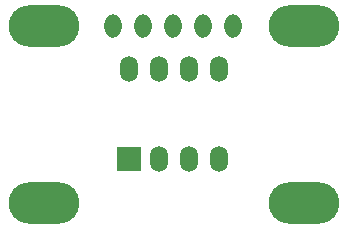
<source format=gbr>
G04 DipTrace 3.3.1.0*
G04 Top.gbr*
%MOIN*%
G04 #@! TF.FileFunction,Copper,L1,Top*
G04 #@! TF.Part,Single*
%AMOUTLINE0*
4,1,20,
0.029528,0.0,
0.028082,-0.012166,
0.023888,-0.023141,
0.017356,-0.031851,
0.009125,-0.037443,
0.0,-0.03937,
-0.009125,-0.037443,
-0.017356,-0.031851,
-0.023888,-0.023141,
-0.028082,-0.012166,
-0.029528,0.0,
-0.028082,0.012166,
-0.023888,0.023141,
-0.017356,0.031851,
-0.009125,0.037443,
0.0,0.03937,
0.009125,0.037443,
0.017356,0.031851,
0.023888,0.023141,
0.028082,0.012166,
0.029528,0.0,
0*%
G04 #@! TA.AperFunction,ComponentPad*
%ADD17R,0.07874X0.07874*%
%ADD18O,0.059055X0.086614*%
%ADD19O,0.23622X0.137795*%
%ADD32OUTLINE0*%
%FSLAX26Y26*%
G04*
G70*
G90*
G75*
G01*
G04 Top*
%LPD*%
D32*
X781201Y1081201D3*
X881201D3*
X981201D3*
X1081201D3*
X1181201D3*
D17*
X834252Y637402D3*
D18*
X934252D3*
X1034252D3*
X1134252D3*
Y937402D3*
X1034252D3*
X934252D3*
X834252D3*
D19*
X551181Y1082677D3*
X1417323D3*
X551181Y492126D3*
X1417323D3*
M02*

</source>
